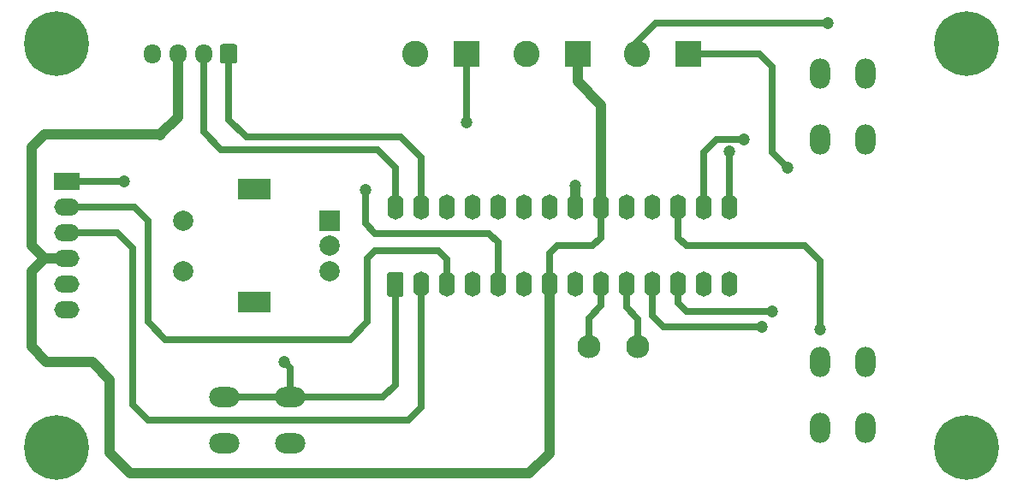
<source format=gbr>
%TF.GenerationSoftware,KiCad,Pcbnew,(5.1.10)-1*%
%TF.CreationDate,2022-01-05T23:07:18-06:00*%
%TF.ProjectId,HotPlate_TempControl,486f7450-6c61-4746-955f-54656d70436f,rev?*%
%TF.SameCoordinates,Original*%
%TF.FileFunction,Copper,L2,Bot*%
%TF.FilePolarity,Positive*%
%FSLAX46Y46*%
G04 Gerber Fmt 4.6, Leading zero omitted, Abs format (unit mm)*
G04 Created by KiCad (PCBNEW (5.1.10)-1) date 2022-01-05 23:07:18*
%MOMM*%
%LPD*%
G01*
G04 APERTURE LIST*
%TA.AperFunction,ComponentPad*%
%ADD10C,2.300000*%
%TD*%
%TA.AperFunction,ComponentPad*%
%ADD11O,3.000000X2.000000*%
%TD*%
%TA.AperFunction,ComponentPad*%
%ADD12O,2.000000X3.000000*%
%TD*%
%TA.AperFunction,ComponentPad*%
%ADD13R,2.500000X1.700000*%
%TD*%
%TA.AperFunction,ComponentPad*%
%ADD14O,2.500000X1.700000*%
%TD*%
%TA.AperFunction,ComponentPad*%
%ADD15O,1.600000X2.500000*%
%TD*%
%TA.AperFunction,ComponentPad*%
%ADD16O,1.700000X1.950000*%
%TD*%
%TA.AperFunction,ComponentPad*%
%ADD17C,0.800000*%
%TD*%
%TA.AperFunction,ComponentPad*%
%ADD18C,6.400000*%
%TD*%
%TA.AperFunction,ComponentPad*%
%ADD19R,2.600000X2.600000*%
%TD*%
%TA.AperFunction,ComponentPad*%
%ADD20C,2.600000*%
%TD*%
%TA.AperFunction,ComponentPad*%
%ADD21C,2.000000*%
%TD*%
%TA.AperFunction,ComponentPad*%
%ADD22R,3.200000X2.000000*%
%TD*%
%TA.AperFunction,ComponentPad*%
%ADD23R,2.000000X2.000000*%
%TD*%
%TA.AperFunction,ViaPad*%
%ADD24C,1.200000*%
%TD*%
%TA.AperFunction,Conductor*%
%ADD25C,0.635000*%
%TD*%
%TA.AperFunction,Conductor*%
%ADD26C,1.000000*%
%TD*%
G04 APERTURE END LIST*
D10*
%TO.P,Y1,1*%
%TO.N,/PB7*%
X162000000Y-101000000D03*
%TO.P,Y1,2*%
%TO.N,/PB6*%
X157100000Y-101000000D03*
%TD*%
D11*
%TO.P,SW1,2*%
%TO.N,/PC6*%
X127612500Y-106000000D03*
%TO.P,SW1,1*%
%TO.N,GND*%
X127612500Y-110500000D03*
%TO.P,SW1,2*%
%TO.N,/PC6*%
X121112500Y-106000000D03*
%TO.P,SW1,1*%
%TO.N,GND*%
X121112500Y-110500000D03*
%TD*%
D12*
%TO.P,SW4,2*%
%TO.N,/PB3*%
X180000000Y-109000000D03*
%TO.P,SW4,1*%
%TO.N,GND*%
X184500000Y-109000000D03*
%TO.P,SW4,2*%
%TO.N,/PB3*%
X180000000Y-102500000D03*
%TO.P,SW4,1*%
%TO.N,GND*%
X184500000Y-102500000D03*
%TD*%
D13*
%TO.P,J5,1*%
%TO.N,/PC6*%
X105500000Y-84650000D03*
D14*
%TO.P,J5,2*%
%TO.N,/PD1*%
X105500000Y-87190000D03*
%TO.P,J5,3*%
%TO.N,/PD0*%
X105500000Y-89730000D03*
%TO.P,J5,4*%
%TO.N,+5V*%
X105500000Y-92270000D03*
%TO.P,J5,5*%
%TO.N,Net-(J5-Pad5)*%
X105500000Y-94810000D03*
%TO.P,J5,6*%
%TO.N,GND*%
X105500000Y-97350000D03*
%TD*%
D12*
%TO.P,SW3,1*%
%TO.N,GND*%
X184500000Y-74000000D03*
%TO.P,SW3,2*%
%TO.N,/PB2*%
X180000000Y-74000000D03*
%TO.P,SW3,1*%
%TO.N,GND*%
X184500000Y-80500000D03*
%TO.P,SW3,2*%
%TO.N,/PB2*%
X180000000Y-80500000D03*
%TD*%
%TO.P,U1,1*%
%TO.N,/PC6*%
%TA.AperFunction,ComponentPad*%
G36*
G01*
X138600000Y-96060000D02*
X137400000Y-96060000D01*
G75*
G02*
X137200000Y-95860000I0J200000D01*
G01*
X137200000Y-93760000D01*
G75*
G02*
X137400000Y-93560000I200000J0D01*
G01*
X138600000Y-93560000D01*
G75*
G02*
X138800000Y-93760000I0J-200000D01*
G01*
X138800000Y-95860000D01*
G75*
G02*
X138600000Y-96060000I-200000J0D01*
G01*
G37*
%TD.AperFunction*%
D15*
%TO.P,U1,15*%
%TO.N,/PB1*%
X171020000Y-87190000D03*
%TO.P,U1,2*%
%TO.N,/PD0*%
X140540000Y-94810000D03*
%TO.P,U1,16*%
%TO.N,/PB2*%
X168480000Y-87190000D03*
%TO.P,U1,3*%
%TO.N,/PD1*%
X143080000Y-94810000D03*
%TO.P,U1,17*%
%TO.N,/PB3*%
X165940000Y-87190000D03*
%TO.P,U1,4*%
%TO.N,/PD2*%
X145620000Y-94810000D03*
%TO.P,U1,18*%
%TO.N,/PB4*%
X163400000Y-87190000D03*
%TO.P,U1,5*%
%TO.N,/PD3*%
X148160000Y-94810000D03*
%TO.P,U1,19*%
%TO.N,/PB5*%
X160860000Y-87190000D03*
%TO.P,U1,6*%
%TO.N,/PD4*%
X150700000Y-94810000D03*
%TO.P,U1,20*%
%TO.N,+5V*%
X158320000Y-87190000D03*
%TO.P,U1,7*%
X153240000Y-94810000D03*
%TO.P,U1,21*%
%TO.N,/AREF*%
X155780000Y-87190000D03*
%TO.P,U1,8*%
%TO.N,GND*%
X155780000Y-94810000D03*
%TO.P,U1,22*%
X153240000Y-87190000D03*
%TO.P,U1,9*%
%TO.N,/PB6*%
X158320000Y-94810000D03*
%TO.P,U1,23*%
%TO.N,/PC0*%
X150700000Y-87190000D03*
%TO.P,U1,10*%
%TO.N,/PB7*%
X160860000Y-94810000D03*
%TO.P,U1,24*%
%TO.N,/PC1*%
X148160000Y-87190000D03*
%TO.P,U1,11*%
%TO.N,/PD5*%
X163400000Y-94810000D03*
%TO.P,U1,25*%
%TO.N,/PC2*%
X145620000Y-87190000D03*
%TO.P,U1,12*%
%TO.N,/PD6*%
X165940000Y-94810000D03*
%TO.P,U1,26*%
%TO.N,/PC3*%
X143080000Y-87190000D03*
%TO.P,U1,13*%
%TO.N,/PD7*%
X168480000Y-94810000D03*
%TO.P,U1,27*%
%TO.N,/PC4*%
X140540000Y-87190000D03*
%TO.P,U1,14*%
%TO.N,/PB0*%
X171020000Y-94810000D03*
%TO.P,U1,28*%
%TO.N,/PC5*%
X138000000Y-87190000D03*
%TD*%
D16*
%TO.P,J2,4*%
%TO.N,GND*%
X114000000Y-72000000D03*
%TO.P,J2,3*%
%TO.N,+5V*%
X116500000Y-72000000D03*
%TO.P,J2,2*%
%TO.N,/PC5*%
X119000000Y-72000000D03*
%TO.P,J2,1*%
%TO.N,/PC4*%
%TA.AperFunction,ComponentPad*%
G36*
G01*
X122350000Y-71275000D02*
X122350000Y-72725000D01*
G75*
G02*
X122100000Y-72975000I-250000J0D01*
G01*
X120900000Y-72975000D01*
G75*
G02*
X120650000Y-72725000I0J250000D01*
G01*
X120650000Y-71275000D01*
G75*
G02*
X120900000Y-71025000I250000J0D01*
G01*
X122100000Y-71025000D01*
G75*
G02*
X122350000Y-71275000I0J-250000D01*
G01*
G37*
%TD.AperFunction*%
%TD*%
D17*
%TO.P,H4,1*%
%TO.N,N/C*%
X106197056Y-69302944D03*
X104500000Y-68600000D03*
X102802944Y-69302944D03*
X102100000Y-71000000D03*
X102802944Y-72697056D03*
X104500000Y-73400000D03*
X106197056Y-72697056D03*
X106900000Y-71000000D03*
D18*
X104500000Y-71000000D03*
%TD*%
D17*
%TO.P,H3,1*%
%TO.N,N/C*%
X196197056Y-69302944D03*
X194500000Y-68600000D03*
X192802944Y-69302944D03*
X192100000Y-71000000D03*
X192802944Y-72697056D03*
X194500000Y-73400000D03*
X196197056Y-72697056D03*
X196900000Y-71000000D03*
D18*
X194500000Y-71000000D03*
%TD*%
D17*
%TO.P,H2,1*%
%TO.N,N/C*%
X196197056Y-109302944D03*
X194500000Y-108600000D03*
X192802944Y-109302944D03*
X192100000Y-111000000D03*
X192802944Y-112697056D03*
X194500000Y-113400000D03*
X196197056Y-112697056D03*
X196900000Y-111000000D03*
D18*
X194500000Y-111000000D03*
%TD*%
D17*
%TO.P,H1,1*%
%TO.N,N/C*%
X106197056Y-109302944D03*
X104500000Y-108600000D03*
X102802944Y-109302944D03*
X102100000Y-111000000D03*
X102802944Y-112697056D03*
X104500000Y-113400000D03*
X106197056Y-112697056D03*
X106900000Y-111000000D03*
D18*
X104500000Y-111000000D03*
%TD*%
D19*
%TO.P,J1,1*%
%TO.N,+5V*%
X156000000Y-72000000D03*
D20*
%TO.P,J1,2*%
%TO.N,GND*%
X150920000Y-72000000D03*
%TD*%
%TO.P,J3,2*%
%TO.N,GND*%
X139920000Y-72000000D03*
D19*
%TO.P,J3,1*%
%TO.N,/PD3*%
X145000000Y-72000000D03*
%TD*%
%TO.P,J4,1*%
%TO.N,/T+*%
X167000000Y-72000000D03*
D20*
%TO.P,J4,2*%
%TO.N,/T-*%
X161920000Y-72000000D03*
%TD*%
D21*
%TO.P,SW2,S1*%
%TO.N,Net-(SW2-PadS1)*%
X117000000Y-93500000D03*
%TO.P,SW2,S2*%
%TO.N,Net-(SW2-PadS2)*%
X117000000Y-88500000D03*
D22*
%TO.P,SW2,MP*%
%TO.N,N/C*%
X124000000Y-96600000D03*
X124000000Y-85400000D03*
D21*
%TO.P,SW2,B*%
%TO.N,/PB0*%
X131500000Y-93500000D03*
%TO.P,SW2,C*%
%TO.N,GND*%
X131500000Y-91000000D03*
D23*
%TO.P,SW2,A*%
%TO.N,/PB1*%
X131500000Y-88500000D03*
%TD*%
D24*
%TO.N,+5V*%
X103270000Y-92270000D03*
X114750000Y-80000000D03*
%TO.N,/AREF*%
X155780000Y-85030000D03*
%TO.N,/PD3*%
X145000000Y-78750000D03*
X135000000Y-85500000D03*
%TO.N,/T+*%
X176750000Y-83250000D03*
%TO.N,/T-*%
X180750000Y-69000000D03*
%TO.N,/PC6*%
X127000000Y-102500000D03*
X111150000Y-84650000D03*
%TO.N,/PB1*%
X171000000Y-81700000D03*
%TO.N,/PB2*%
X172500000Y-80500000D03*
%TO.N,/PB3*%
X180000000Y-99250000D03*
%TO.N,/PD5*%
X174250000Y-99000000D03*
%TO.N,/PD6*%
X175250000Y-97500000D03*
%TD*%
D25*
%TO.N,/PB7*%
X160860000Y-94810000D02*
X160860000Y-97110000D01*
X162000000Y-98250000D02*
X162000000Y-101000000D01*
X160860000Y-97110000D02*
X162000000Y-98250000D01*
%TO.N,/PB6*%
X158320000Y-94810000D02*
X158320000Y-96930000D01*
X157100000Y-98150000D02*
X157100000Y-101000000D01*
X158320000Y-96930000D02*
X157100000Y-98150000D01*
%TO.N,+5V*%
X157500000Y-91000000D02*
X154000000Y-91000000D01*
X158320000Y-87190000D02*
X158320000Y-90180000D01*
X153240000Y-91760000D02*
X154000000Y-91000000D01*
X158320000Y-90180000D02*
X157500000Y-91000000D01*
X153240000Y-94810000D02*
X153240000Y-91760000D01*
D26*
X105500000Y-92270000D02*
X103270000Y-92270000D01*
X103270000Y-92270000D02*
X102000000Y-91000000D01*
X102000000Y-91000000D02*
X102000000Y-81250000D01*
X102000000Y-81250000D02*
X103250000Y-80000000D01*
X103250000Y-80000000D02*
X114750000Y-80000000D01*
X116500000Y-78250000D02*
X116500000Y-72000000D01*
X114750000Y-80000000D02*
X116500000Y-78250000D01*
X156000000Y-72000000D02*
X156000000Y-74750000D01*
X158320000Y-77070000D02*
X158320000Y-87190000D01*
X156000000Y-74750000D02*
X158320000Y-77070000D01*
X102000000Y-93540000D02*
X103270000Y-92270000D01*
X103500000Y-102500000D02*
X102000000Y-101000000D01*
X102000000Y-101000000D02*
X102000000Y-93540000D01*
X109750000Y-111500000D02*
X109750000Y-104250000D01*
X109750000Y-104250000D02*
X108000000Y-102500000D01*
X151250000Y-113500000D02*
X111750000Y-113500000D01*
X108000000Y-102500000D02*
X103500000Y-102500000D01*
X111750000Y-113500000D02*
X109750000Y-111500000D01*
X153240000Y-111510000D02*
X151250000Y-113500000D01*
X153240000Y-94810000D02*
X153240000Y-111510000D01*
%TO.N,/AREF*%
X155780000Y-87190000D02*
X155780000Y-85030000D01*
D25*
%TO.N,/PC4*%
X121500000Y-72000000D02*
X121500000Y-78500000D01*
X121500000Y-78500000D02*
X123250000Y-80250000D01*
X123250000Y-80250000D02*
X138500000Y-80250000D01*
X140540000Y-82290000D02*
X140540000Y-87190000D01*
X138500000Y-80250000D02*
X140540000Y-82290000D01*
%TO.N,/PC5*%
X119000000Y-72000000D02*
X119000000Y-79750000D01*
X119000000Y-79750000D02*
X120750000Y-81500000D01*
X120750000Y-81500000D02*
X136250000Y-81500000D01*
X138000000Y-83250000D02*
X138000000Y-87190000D01*
X136250000Y-81500000D02*
X138000000Y-83250000D01*
%TO.N,/PD3*%
X145000000Y-72000000D02*
X145000000Y-78750000D01*
X148160000Y-94810000D02*
X148160000Y-90660000D01*
X148160000Y-90660000D02*
X147250000Y-89750000D01*
X147250000Y-89750000D02*
X136000000Y-89750000D01*
X136000000Y-89750000D02*
X135000000Y-88750000D01*
X135000000Y-88750000D02*
X135000000Y-85500000D01*
%TO.N,/T+*%
X176750000Y-83250000D02*
X175250000Y-81750000D01*
X175250000Y-81750000D02*
X175250000Y-73250000D01*
X174000000Y-72000000D02*
X167000000Y-72000000D01*
X175250000Y-73250000D02*
X174000000Y-72000000D01*
%TO.N,/T-*%
X180750000Y-69000000D02*
X163750000Y-69000000D01*
X161920000Y-70830000D02*
X161920000Y-72000000D01*
X163750000Y-69000000D02*
X161920000Y-70830000D01*
%TO.N,/PC6*%
X127612500Y-106000000D02*
X121112500Y-106000000D01*
X138000000Y-94810000D02*
X138000000Y-104750000D01*
X136750000Y-106000000D02*
X127612500Y-106000000D01*
X138000000Y-104750000D02*
X136750000Y-106000000D01*
X127612500Y-103112500D02*
X127000000Y-102500000D01*
X127612500Y-106000000D02*
X127612500Y-103112500D01*
X105500000Y-84650000D02*
X111150000Y-84650000D01*
%TO.N,/PD1*%
X112190000Y-87190000D02*
X105500000Y-87190000D01*
X113500000Y-98500000D02*
X113500000Y-88500000D01*
X133500000Y-100250000D02*
X115250000Y-100250000D01*
X135250000Y-92250000D02*
X135250000Y-98500000D01*
X135250000Y-98500000D02*
X133500000Y-100250000D01*
X136000000Y-91500000D02*
X135250000Y-92250000D01*
X142250000Y-91500000D02*
X136000000Y-91500000D01*
X113500000Y-88500000D02*
X112190000Y-87190000D01*
X143080000Y-92330000D02*
X142250000Y-91500000D01*
X115250000Y-100250000D02*
X113500000Y-98500000D01*
X143080000Y-94810000D02*
X143080000Y-92330000D01*
%TO.N,/PD0*%
X110480000Y-89730000D02*
X105500000Y-89730000D01*
X112000000Y-91250000D02*
X110480000Y-89730000D01*
X112000000Y-106750000D02*
X112000000Y-91250000D01*
X113500000Y-108250000D02*
X112000000Y-106750000D01*
X139250000Y-108250000D02*
X113500000Y-108250000D01*
X140540000Y-106960000D02*
X139250000Y-108250000D01*
X140540000Y-94810000D02*
X140540000Y-106960000D01*
%TO.N,/PB1*%
X171020000Y-81720000D02*
X171000000Y-81700000D01*
X171020000Y-87190000D02*
X171020000Y-81720000D01*
%TO.N,/PB2*%
X168480000Y-87190000D02*
X168480000Y-81770000D01*
X169750000Y-80500000D02*
X172500000Y-80500000D01*
X168480000Y-81770000D02*
X169750000Y-80500000D01*
%TO.N,/PB3*%
X165940000Y-90190000D02*
X165940000Y-87190000D01*
X166750000Y-91000000D02*
X165940000Y-90190000D01*
X180000000Y-92500000D02*
X178500000Y-91000000D01*
X180000000Y-99250000D02*
X180000000Y-92500000D01*
X178500000Y-91000000D02*
X166750000Y-91000000D01*
%TO.N,/PD5*%
X174250000Y-99000000D02*
X164500000Y-99000000D01*
X163400000Y-97900000D02*
X163400000Y-94810000D01*
X164500000Y-99000000D02*
X163400000Y-97900000D01*
%TO.N,/PD6*%
X165940000Y-96690000D02*
X165940000Y-94810000D01*
X175250000Y-97500000D02*
X166750000Y-97500000D01*
X166750000Y-97500000D02*
X165940000Y-96690000D01*
%TD*%
M02*

</source>
